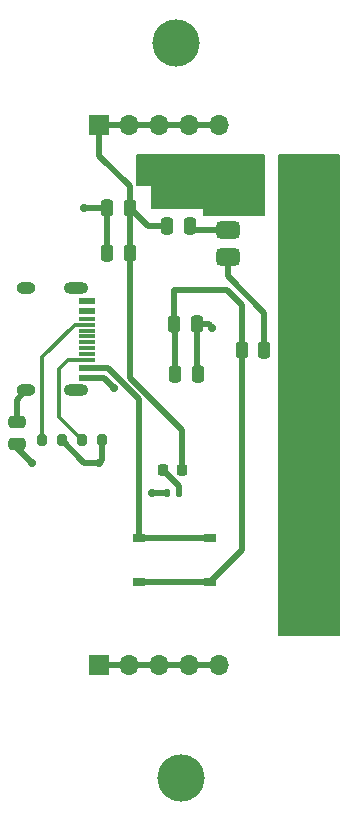
<source format=gbr>
%TF.GenerationSoftware,KiCad,Pcbnew,8.0.5*%
%TF.CreationDate,2024-11-17T07:41:25+05:30*%
%TF.ProjectId,usb_power,7573625f-706f-4776-9572-2e6b69636164,rev?*%
%TF.SameCoordinates,Original*%
%TF.FileFunction,Copper,L1,Top*%
%TF.FilePolarity,Positive*%
%FSLAX46Y46*%
G04 Gerber Fmt 4.6, Leading zero omitted, Abs format (unit mm)*
G04 Created by KiCad (PCBNEW 8.0.5) date 2024-11-17 07:41:25*
%MOMM*%
%LPD*%
G01*
G04 APERTURE LIST*
G04 Aperture macros list*
%AMRoundRect*
0 Rectangle with rounded corners*
0 $1 Rounding radius*
0 $2 $3 $4 $5 $6 $7 $8 $9 X,Y pos of 4 corners*
0 Add a 4 corners polygon primitive as box body*
4,1,4,$2,$3,$4,$5,$6,$7,$8,$9,$2,$3,0*
0 Add four circle primitives for the rounded corners*
1,1,$1+$1,$2,$3*
1,1,$1+$1,$4,$5*
1,1,$1+$1,$6,$7*
1,1,$1+$1,$8,$9*
0 Add four rect primitives between the rounded corners*
20,1,$1+$1,$2,$3,$4,$5,0*
20,1,$1+$1,$4,$5,$6,$7,0*
20,1,$1+$1,$6,$7,$8,$9,0*
20,1,$1+$1,$8,$9,$2,$3,0*%
G04 Aperture macros list end*
%TA.AperFunction,NonConductor*%
%ADD10C,0.200000*%
%TD*%
%TA.AperFunction,Conductor*%
%ADD11C,0.200000*%
%TD*%
%TA.AperFunction,SMDPad,CuDef*%
%ADD12R,1.450000X0.600000*%
%TD*%
%TA.AperFunction,SMDPad,CuDef*%
%ADD13R,1.450000X0.300000*%
%TD*%
%TA.AperFunction,ComponentPad*%
%ADD14O,2.100000X1.000000*%
%TD*%
%TA.AperFunction,ComponentPad*%
%ADD15O,1.600000X1.000000*%
%TD*%
%TA.AperFunction,SMDPad,CuDef*%
%ADD16RoundRect,0.500000X-0.500000X-1.400000X0.500000X-1.400000X0.500000X1.400000X-0.500000X1.400000X0*%
%TD*%
%TA.AperFunction,SMDPad,CuDef*%
%ADD17RoundRect,0.375000X-0.625000X-0.375000X0.625000X-0.375000X0.625000X0.375000X-0.625000X0.375000X0*%
%TD*%
%TA.AperFunction,SMDPad,CuDef*%
%ADD18R,1.000000X0.750000*%
%TD*%
%TA.AperFunction,SMDPad,CuDef*%
%ADD19RoundRect,0.135000X0.135000X0.185000X-0.135000X0.185000X-0.135000X-0.185000X0.135000X-0.185000X0*%
%TD*%
%TA.AperFunction,SMDPad,CuDef*%
%ADD20RoundRect,0.250000X0.250000X0.475000X-0.250000X0.475000X-0.250000X-0.475000X0.250000X-0.475000X0*%
%TD*%
%TA.AperFunction,SMDPad,CuDef*%
%ADD21RoundRect,0.218750X-0.218750X-0.256250X0.218750X-0.256250X0.218750X0.256250X-0.218750X0.256250X0*%
%TD*%
%TA.AperFunction,SMDPad,CuDef*%
%ADD22RoundRect,0.250000X-0.250000X-0.475000X0.250000X-0.475000X0.250000X0.475000X-0.250000X0.475000X0*%
%TD*%
%TA.AperFunction,SMDPad,CuDef*%
%ADD23RoundRect,0.200000X-0.200000X-0.275000X0.200000X-0.275000X0.200000X0.275000X-0.200000X0.275000X0*%
%TD*%
%TA.AperFunction,SMDPad,CuDef*%
%ADD24RoundRect,0.250000X-0.475000X0.250000X-0.475000X-0.250000X0.475000X-0.250000X0.475000X0.250000X0*%
%TD*%
%TA.AperFunction,ComponentPad*%
%ADD25R,1.700000X1.700000*%
%TD*%
%TA.AperFunction,ComponentPad*%
%ADD26O,1.700000X1.700000*%
%TD*%
%TA.AperFunction,ViaPad*%
%ADD27C,0.700000*%
%TD*%
%TA.AperFunction,ViaPad*%
%ADD28C,4.000000*%
%TD*%
%TA.AperFunction,Conductor*%
%ADD29C,0.500000*%
%TD*%
%TA.AperFunction,Conductor*%
%ADD30C,0.300000*%
%TD*%
G04 APERTURE END LIST*
D10*
X76200000Y-93980000D02*
X71120000Y-93980000D01*
X71120000Y-53340000D01*
X76200000Y-53340000D01*
X76200000Y-93980000D01*
%TA.AperFunction,NonConductor*%
G36*
X76200000Y-93980000D02*
G01*
X71120000Y-93980000D01*
X71120000Y-53340000D01*
X76200000Y-53340000D01*
X76200000Y-93980000D01*
G37*
%TD.AperFunction*%
D11*
%TO.N,GND*%
X69850000Y-58420000D02*
X64770000Y-58420000D01*
X64770000Y-57785000D01*
X60325000Y-57785000D01*
X60325000Y-55880000D01*
X59055000Y-55880000D01*
X59055000Y-53340000D01*
X69850000Y-53340000D01*
X69850000Y-58420000D01*
%TA.AperFunction,Conductor*%
G36*
X69850000Y-58420000D02*
G01*
X64770000Y-58420000D01*
X64770000Y-57785000D01*
X60325000Y-57785000D01*
X60325000Y-55880000D01*
X59055000Y-55880000D01*
X59055000Y-53340000D01*
X69850000Y-53340000D01*
X69850000Y-58420000D01*
G37*
%TD.AperFunction*%
%TD*%
D12*
%TO.P,J1,1*%
%TO.N,N/C*%
X54785000Y-65705000D03*
%TO.P,J1,2*%
X54785000Y-66480000D03*
D13*
%TO.P,J1,3*%
X54785000Y-67180000D03*
%TO.P,J1,5*%
X54785000Y-68180000D03*
%TO.P,J1,6*%
X54785000Y-68680000D03*
%TO.P,J1,7*%
X54785000Y-69180000D03*
%TO.P,J1,8*%
X54785000Y-69680000D03*
%TO.P,J1,9*%
X54785000Y-70180000D03*
%TO.P,J1,A5,CC1*%
%TO.N,Net-(J1-CC1)*%
X54785000Y-67680000D03*
D12*
%TO.P,J1,A9,VBUS*%
%TO.N,Net-(SW1-A)*%
X54785000Y-71380000D03*
%TO.P,J1,A12,GND*%
%TO.N,GND*%
X54785000Y-72155000D03*
D13*
%TO.P,J1,B5,CC2*%
%TO.N,Net-(J1-CC2)*%
X54785000Y-70680000D03*
D14*
%TO.P,J1,S1,SHIELD*%
%TO.N,Net-(J1-SHIELD)*%
X53870000Y-64610000D03*
D15*
X49690000Y-64610000D03*
D14*
X53870000Y-73250000D03*
D15*
X49690000Y-73250000D03*
%TD*%
D16*
%TO.P,U2,4*%
%TO.N,N/C*%
X73025000Y-59690000D03*
D17*
%TO.P,U2,3,VI*%
%TO.N,Net-(U2-VI)*%
X66725000Y-61990000D03*
%TO.P,U2,2,VO*%
%TO.N,Net-(U2-VO)*%
X66725000Y-59690000D03*
%TO.P,U2,1,GND*%
%TO.N,GND*%
X66725000Y-57390000D03*
%TD*%
D18*
%TO.P,SW1,1,A*%
%TO.N,Net-(SW1-A)*%
X59230000Y-85755000D03*
X65230000Y-85755000D03*
%TO.P,SW1,2,B*%
%TO.N,Net-(SW1-B)*%
X59230000Y-89505000D03*
X65230000Y-89505000D03*
%TD*%
D19*
%TO.P,R1,1*%
%TO.N,Net-(D1-K)*%
X62611000Y-81915000D03*
%TO.P,R1,2*%
%TO.N,GND*%
X61591000Y-81915000D03*
%TD*%
D20*
%TO.P,FB2,2*%
%TO.N,+3.3V*%
X61625000Y-59340000D03*
%TO.P,FB2,1*%
%TO.N,Net-(U2-VO)*%
X63525000Y-59340000D03*
%TD*%
D21*
%TO.P,D1,1,K*%
%TO.N,Net-(D1-K)*%
X61290000Y-80010000D03*
%TO.P,D1,2,A*%
%TO.N,+3.3V*%
X62865000Y-80010000D03*
%TD*%
D22*
%TO.P,C1,2*%
%TO.N,GND*%
X64129000Y-67660000D03*
%TO.P,C1,1*%
%TO.N,Net-(SW1-B)*%
X62229000Y-67660000D03*
%TD*%
D23*
%TO.P,R3,2*%
%TO.N,GND*%
X56077200Y-77469800D03*
%TO.P,R3,1*%
%TO.N,Net-(J1-CC2)*%
X54427200Y-77469800D03*
%TD*%
%TO.P,R4,2*%
%TO.N,GND*%
X52699000Y-77469800D03*
%TO.P,R4,1*%
%TO.N,Net-(J1-CC1)*%
X51049000Y-77469800D03*
%TD*%
D24*
%TO.P,C5,2*%
%TO.N,GND*%
X48889000Y-77820000D03*
%TO.P,C5,1*%
%TO.N,Net-(J1-SHIELD)*%
X48889000Y-75920000D03*
%TD*%
D22*
%TO.P,FB1,2*%
%TO.N,Net-(U2-VI)*%
X69839000Y-69827000D03*
%TO.P,FB1,1*%
%TO.N,Net-(SW1-B)*%
X67939000Y-69827000D03*
%TD*%
D20*
%TO.P,C3,2*%
%TO.N,GND*%
X56545000Y-57785000D03*
%TO.P,C3,1*%
%TO.N,+3.3V*%
X58445000Y-57785000D03*
%TD*%
D22*
%TO.P,C2,2*%
%TO.N,GND*%
X64195000Y-71851000D03*
%TO.P,C2,1*%
%TO.N,Net-(SW1-B)*%
X62295000Y-71851000D03*
%TD*%
D20*
%TO.P,C4,2*%
%TO.N,GND*%
X56545000Y-61595000D03*
%TO.P,C4,1*%
%TO.N,+3.3V*%
X58445000Y-61595000D03*
%TD*%
D25*
%TO.P,GND1,1,Pin_1*%
%TO.N,GND*%
X55880000Y-96520000D03*
D26*
%TO.P,GND1,2,Pin_2*%
X58420000Y-96520000D03*
%TO.P,GND1,3,Pin_3*%
X60960000Y-96520000D03*
%TO.P,GND1,4,Pin_4*%
X63500000Y-96520000D03*
%TO.P,GND1,5,Pin_5*%
X66040000Y-96520000D03*
%TD*%
D25*
%TO.P,5V1,1,Pin_1*%
%TO.N,+3.3V*%
X55880000Y-50800000D03*
D26*
%TO.P,5V1,2,Pin_2*%
X58420000Y-50800000D03*
%TO.P,5V1,3,Pin_3*%
X60960000Y-50800000D03*
%TO.P,5V1,4,Pin_4*%
X63500000Y-50800000D03*
%TO.P,5V1,5,Pin_5*%
X66040000Y-50800000D03*
%TD*%
D27*
%TO.N,GND*%
X60960000Y-56515000D03*
X62230000Y-56515000D03*
X60960000Y-53975000D03*
X63500000Y-53975000D03*
X59690000Y-53975000D03*
X66040000Y-53975000D03*
X67310000Y-53975000D03*
X62230000Y-53975000D03*
X64770000Y-53975000D03*
X59690000Y-55245000D03*
X67310000Y-55245000D03*
X66040000Y-55245000D03*
X64770000Y-55245000D03*
X63500000Y-55245000D03*
X62230000Y-55245000D03*
X60960000Y-55245000D03*
X60325000Y-81915000D03*
X50165000Y-79375000D03*
X64135000Y-57150000D03*
X54610000Y-57785000D03*
X65405000Y-67945000D03*
X57150000Y-73025000D03*
X55880000Y-79375000D03*
D28*
%TO.N,*%
X62377580Y-43815000D03*
X62784908Y-106045000D03*
X62377580Y-43815000D03*
X62784908Y-106045000D03*
X62784908Y-106045000D03*
X62784908Y-106045000D03*
X62377580Y-43815000D03*
X62377580Y-43815000D03*
%TD*%
D29*
%TO.N,Net-(SW1-A)*%
X65230000Y-85755000D02*
X59230000Y-85755000D01*
%TO.N,Net-(SW1-B)*%
X59230000Y-89505000D02*
X65230000Y-89505000D01*
%TO.N,GND*%
X61591000Y-81915000D02*
X60325000Y-81915000D01*
%TO.N,+3.3V*%
X62865000Y-80010000D02*
X62865000Y-76618679D01*
X58445000Y-72198679D02*
X58445000Y-61595000D01*
X62865000Y-76618679D02*
X58445000Y-72198679D01*
%TO.N,GND*%
X48889000Y-77820000D02*
X48889000Y-78099000D01*
X48889000Y-78099000D02*
X50165000Y-79375000D01*
%TO.N,Net-(J1-SHIELD)*%
X48889000Y-75920000D02*
X48889000Y-74051000D01*
X48889000Y-74051000D02*
X49690000Y-73250000D01*
%TO.N,GND*%
X52699000Y-77469800D02*
X54604200Y-79375000D01*
X54604200Y-79375000D02*
X55880000Y-79375000D01*
%TO.N,Net-(SW1-B)*%
X67939000Y-69827000D02*
X67939000Y-66034000D01*
X62230000Y-64770000D02*
X62229000Y-64771000D01*
X67939000Y-66034000D02*
X66675000Y-64770000D01*
X66675000Y-64770000D02*
X62230000Y-64770000D01*
X62229000Y-64771000D02*
X62229000Y-67660000D01*
%TO.N,Net-(U2-VI)*%
X69839000Y-69827000D02*
X69839000Y-66664000D01*
X69839000Y-66664000D02*
X66725000Y-63550000D01*
X66725000Y-63550000D02*
X66725000Y-61990000D01*
%TO.N,Net-(SW1-B)*%
X65230000Y-89505000D02*
X67939000Y-86796000D01*
X67939000Y-86796000D02*
X67939000Y-69827000D01*
%TO.N,Net-(SW1-A)*%
X54785000Y-71380000D02*
X56636371Y-71380000D01*
X56636371Y-71380000D02*
X59230000Y-73973629D01*
X59230000Y-73973629D02*
X59230000Y-85755000D01*
%TO.N,+3.3V*%
X55880000Y-50800000D02*
X66040000Y-50800000D01*
X58445000Y-57785000D02*
X58445000Y-55930000D01*
X58445000Y-55930000D02*
X55880000Y-53365000D01*
X55880000Y-53365000D02*
X55880000Y-50800000D01*
%TO.N,Net-(D1-K)*%
X61290000Y-80010000D02*
X62611000Y-81331000D01*
X62611000Y-81331000D02*
X62611000Y-81915000D01*
%TO.N,GND*%
X66725000Y-57390000D02*
X64375000Y-57390000D01*
X64375000Y-57390000D02*
X64135000Y-57150000D01*
X56545000Y-57785000D02*
X54610000Y-57785000D01*
X56545000Y-57785000D02*
X56545000Y-61595000D01*
%TO.N,+3.3V*%
X58445000Y-57785000D02*
X58445000Y-61595000D01*
X61625000Y-59340000D02*
X60000000Y-59340000D01*
X60000000Y-59340000D02*
X58445000Y-57785000D01*
%TO.N,Net-(U2-VO)*%
X66725000Y-59690000D02*
X63875000Y-59690000D01*
X63875000Y-59690000D02*
X63525000Y-59340000D01*
%TO.N,GND*%
X65120000Y-67660000D02*
X65405000Y-67945000D01*
X64129000Y-67660000D02*
X65120000Y-67660000D01*
%TO.N,Net-(SW1-B)*%
X62295000Y-71851000D02*
X62295000Y-67726000D01*
X62295000Y-67726000D02*
X62229000Y-67660000D01*
%TO.N,GND*%
X56280000Y-72155000D02*
X57150000Y-73025000D01*
X54785000Y-72155000D02*
X56280000Y-72155000D01*
X56077200Y-79177800D02*
X55880000Y-79375000D01*
X56077200Y-77469800D02*
X56077200Y-79177800D01*
X55880000Y-96520000D02*
X66040000Y-96520000D01*
X64129000Y-67660000D02*
X64129000Y-71785000D01*
X64129000Y-71785000D02*
X64195000Y-71851000D01*
D30*
%TO.N,Net-(J1-CC2)*%
X54427200Y-77469800D02*
X52470000Y-75512600D01*
X52470000Y-75512600D02*
X52470000Y-71440000D01*
X52470000Y-71440000D02*
X53230000Y-70680000D01*
X53230000Y-70680000D02*
X54785000Y-70680000D01*
%TO.N,Net-(J1-CC1)*%
X51049000Y-77469800D02*
X51049000Y-70440000D01*
X51049000Y-70440000D02*
X53809000Y-67680000D01*
X53809000Y-67680000D02*
X54884000Y-67680000D01*
%TD*%
M02*

</source>
